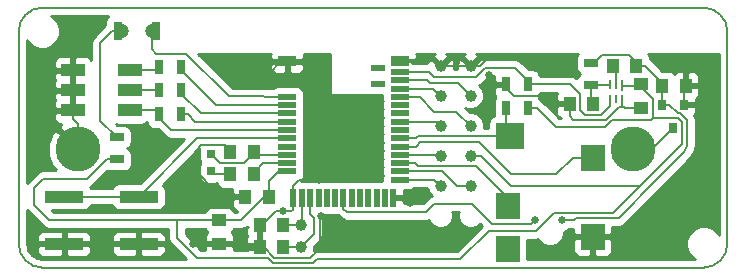
<source format=gtl>
%TF.GenerationSoftware,KiCad,Pcbnew,no-vcs-found-cd21218~61~ubuntu16.04.1*%
%TF.CreationDate,2017-11-10T15:22:47+05:30*%
%TF.ProjectId,snap_rev3,736E61705F726576332E6B696361645F,rev?*%
%TF.SameCoordinates,Original*%
%TF.FileFunction,Copper,L1,Top,Signal*%
%TF.FilePolarity,Positive*%
%FSLAX46Y46*%
G04 Gerber Fmt 4.6, Leading zero omitted, Abs format (unit mm)*
G04 Created by KiCad (PCBNEW no-vcs-found-cd21218~61~ubuntu16.04.1) date Fri Nov 10 15:22:47 2017*
%MOMM*%
%LPD*%
G01*
G04 APERTURE LIST*
%TA.AperFunction,NonConductor*%
%ADD10C,0.150000*%
%TD*%
%TA.AperFunction,ConnectorPad*%
%ADD11C,1.000000*%
%TD*%
%TA.AperFunction,ComponentPad*%
%ADD12C,1.000000*%
%TD*%
%TA.AperFunction,SMDPad,CuDef*%
%ADD13R,1.000000X1.250000*%
%TD*%
%TA.AperFunction,ComponentPad*%
%ADD14C,1.200000*%
%TD*%
%TA.AperFunction,SMDPad,CuDef*%
%ADD15R,0.750000X1.600000*%
%TD*%
%TA.AperFunction,ComponentPad*%
%ADD16C,3.800000*%
%TD*%
%TA.AperFunction,SMDPad,CuDef*%
%ADD17R,3.300000X1.000000*%
%TD*%
%TA.AperFunction,SMDPad,CuDef*%
%ADD18R,2.000000X1.100000*%
%TD*%
%TA.AperFunction,SMDPad,CuDef*%
%ADD19R,0.700000X1.300000*%
%TD*%
%TA.AperFunction,SMDPad,CuDef*%
%ADD20R,1.200000X0.500000*%
%TD*%
%TA.AperFunction,SMDPad,CuDef*%
%ADD21R,1.600000X0.900000*%
%TD*%
%TA.AperFunction,SMDPad,CuDef*%
%ADD22R,1.600000X0.500000*%
%TD*%
%TA.AperFunction,SMDPad,CuDef*%
%ADD23R,0.500000X1.600000*%
%TD*%
%TA.AperFunction,SMDPad,CuDef*%
%ADD24R,0.280000X0.850000*%
%TD*%
%TA.AperFunction,SMDPad,CuDef*%
%ADD25R,0.280000X0.750000*%
%TD*%
%TA.AperFunction,SMDPad,CuDef*%
%ADD26R,1.300000X0.700000*%
%TD*%
%TA.AperFunction,SMDPad,CuDef*%
%ADD27R,0.800000X0.900000*%
%TD*%
%TA.AperFunction,SMDPad,CuDef*%
%ADD28R,0.750000X0.800000*%
%TD*%
%TA.AperFunction,SMDPad,CuDef*%
%ADD29R,1.250000X1.000000*%
%TD*%
%TA.AperFunction,SMDPad,CuDef*%
%ADD30R,2.000000X2.200000*%
%TD*%
%TA.AperFunction,SMDPad,CuDef*%
%ADD31R,2.400000X2.200000*%
%TD*%
%TA.AperFunction,ViaPad*%
%ADD32C,0.650000*%
%TD*%
%TA.AperFunction,Conductor*%
%ADD33C,0.200000*%
%TD*%
%TA.AperFunction,Conductor*%
%ADD34C,0.254000*%
%TD*%
G04 APERTURE END LIST*
D10*
X108000000Y-88000000D02*
G75*
G02X110000000Y-90000000I0J-2000000D01*
G01*
X52000000Y-110000000D02*
G75*
G02X50000000Y-108000000I0J2000000D01*
G01*
X50000000Y-90000000D02*
G75*
G02X52000000Y-88000000I2000000J0D01*
G01*
X110000000Y-108000000D02*
G75*
G02X108000000Y-110000000I-2000000J0D01*
G01*
X50000000Y-108000000D02*
X50000000Y-90000000D01*
X108000000Y-110000000D02*
X52000000Y-110000000D01*
X110000000Y-90000000D02*
X110000000Y-108000000D01*
X108000000Y-88000000D02*
X52000000Y-88000000D01*
D11*
%TO.P,P1,2*%
%TO.N,/RX*%
X85730000Y-103080000D03*
%TO.P,P1,4*%
%TO.N,/GPIO2*%
X85730000Y-100540000D03*
%TO.P,P1,6*%
%TO.N,/GPIO1*%
X85730000Y-98000000D03*
%TO.P,P1,8*%
%TO.N,/SWDCLK*%
X85730000Y-95460000D03*
%TO.P,P1,10*%
%TO.N,GND*%
X85730000Y-92920000D03*
%TO.P,P1,9*%
X88270000Y-92920000D03*
%TO.P,P1,7*%
%TO.N,/SWDIO*%
X88270000Y-95460000D03*
%TO.P,P1,5*%
%TO.N,/RESET*%
X88270000Y-98000000D03*
%TO.P,P1,3*%
%TO.N,VDD*%
X88270000Y-100540000D03*
%TO.P,P1,1*%
%TO.N,/TX*%
X88270000Y-103080000D03*
%TD*%
D12*
%TO.P,Y1,2*%
%TO.N,/LFCLK_XL1*%
X73900000Y-106400000D03*
%TO.P,Y1,1*%
%TO.N,/LFCLK_XL2*%
X73900000Y-108300000D03*
%TD*%
D13*
%TO.P,C5,2*%
%TO.N,GND*%
X70400000Y-106400000D03*
%TO.P,C5,1*%
%TO.N,/LFCLK_XL1*%
X72400000Y-106400000D03*
%TD*%
%TO.P,C7,1*%
%TO.N,/LFCLK_XL2*%
X72400000Y-108300000D03*
%TO.P,C7,2*%
%TO.N,GND*%
X70400000Y-108300000D03*
%TD*%
D14*
%TO.P,D2,2*%
%TO.N,Net-(D2-Pad2)*%
X58730000Y-90000000D03*
%TO.P,D2,1*%
%TO.N,/IR_LED*%
X61270000Y-90000000D03*
D15*
%TO.P,D2,2*%
%TO.N,Net-(D2-Pad2)*%
X58375000Y-90000000D03*
%TO.P,D2,1*%
%TO.N,/IR_LED*%
X61625000Y-90000000D03*
%TD*%
D16*
%TO.P,BT1,1*%
%TO.N,Net-(BT1-Pad1)*%
X102000000Y-100000000D03*
%TO.P,BT1,2*%
%TO.N,GND*%
X55000000Y-100000000D03*
%TD*%
D17*
%TO.P,SW1,1*%
%TO.N,GND*%
X60150000Y-108000000D03*
X53850000Y-108000000D03*
%TO.P,SW1,2*%
%TO.N,/BUTTON*%
X53850000Y-104000000D03*
X60150000Y-104000000D03*
%TD*%
D18*
%TO.P,D1,1*%
%TO.N,GND*%
X54600000Y-93300000D03*
%TO.P,D1,2*%
X54600000Y-95000000D03*
%TO.P,D1,3*%
X54600000Y-96700000D03*
%TO.P,D1,4*%
%TO.N,/LED_SENSE*%
X59400000Y-96700000D03*
%TO.P,D1,5*%
%TO.N,Net-(D1-Pad5)*%
X59400000Y-95000000D03*
%TO.P,D1,6*%
%TO.N,Net-(D1-Pad6)*%
X59400000Y-93300000D03*
%TD*%
D19*
%TO.P,R5,2*%
%TO.N,Net-(D1-Pad5)*%
X61850000Y-95000000D03*
%TO.P,R5,1*%
%TO.N,/LED_RED*%
X63750000Y-95000000D03*
%TD*%
D20*
%TO.P,U2,41*%
%TO.N,Net-(U2-Pad41)*%
X80400000Y-94500000D03*
%TO.P,U2,40*%
%TO.N,Net-(U2-Pad40)*%
X80400000Y-93100000D03*
D21*
%TO.P,U2,39*%
%TO.N,GND*%
X82250000Y-92550000D03*
D22*
%TO.P,U2,38*%
%TO.N,/REG_MODE*%
X82250000Y-93450000D03*
%TO.P,U2,37*%
%TO.N,/SWDIO*%
X82250000Y-94150000D03*
%TO.P,U2,36*%
%TO.N,/SWDCLK*%
X82250000Y-94850000D03*
%TO.P,U2,35*%
%TO.N,/RESET*%
X82250000Y-95550000D03*
%TO.P,U2,34*%
%TO.N,Net-(U2-Pad34)*%
X82250000Y-96250000D03*
%TO.P,U2,33*%
%TO.N,Net-(U2-Pad33)*%
X82250000Y-96950000D03*
%TO.P,U2,32*%
%TO.N,/GPIO1*%
X82250000Y-97650000D03*
%TO.P,U2,31*%
%TO.N,Net-(U2-Pad31)*%
X82250000Y-98350000D03*
%TO.P,U2,30*%
%TO.N,/JACK_DETECT*%
X82250000Y-99050000D03*
%TO.P,U2,29*%
%TO.N,/FOCUS*%
X82250000Y-99750000D03*
%TO.P,U2,28*%
%TO.N,/GPIO2*%
X82250000Y-100450000D03*
%TO.P,U2,27*%
%TO.N,/TRIGGER*%
X82250000Y-101150000D03*
%TO.P,U2,26*%
%TO.N,/TX*%
X82250000Y-101850000D03*
%TO.P,U2,25*%
%TO.N,/RX*%
X82250000Y-102550000D03*
D23*
%TO.P,U2,24*%
%TO.N,GND*%
X81700000Y-104100000D03*
%TO.P,U2,23*%
%TO.N,Net-(U2-Pad23)*%
X81000000Y-104100000D03*
%TO.P,U2,22*%
%TO.N,Net-(U2-Pad22)*%
X80300000Y-104100000D03*
%TO.P,U2,21*%
%TO.N,Net-(U2-Pad21)*%
X79600000Y-104100000D03*
%TO.P,U2,20*%
%TO.N,Net-(U2-Pad20)*%
X78900000Y-104100000D03*
%TO.P,U2,19*%
%TO.N,Net-(U2-Pad19)*%
X78200000Y-104100000D03*
%TO.P,U2,18*%
%TO.N,/VBAT*%
X77500000Y-104100000D03*
%TO.P,U2,17*%
%TO.N,Net-(U2-Pad17)*%
X76800000Y-104100000D03*
%TO.P,U2,16*%
%TO.N,Net-(U2-Pad16)*%
X76100000Y-104100000D03*
%TO.P,U2,15*%
%TO.N,Net-(U2-Pad15)*%
X75400000Y-104100000D03*
%TO.P,U2,14*%
%TO.N,/LFCLK_XL2*%
X74700000Y-104100000D03*
%TO.P,U2,13*%
%TO.N,/LFCLK_XL1*%
X74000000Y-104100000D03*
D22*
%TO.P,U2,11*%
%TO.N,VDD*%
X72750000Y-101850000D03*
%TO.P,U2,10*%
%TO.N,/DCC*%
X72750000Y-101150000D03*
%TO.P,U2,9*%
%TO.N,/DEC4*%
X72750000Y-100450000D03*
%TO.P,U2,8*%
%TO.N,Net-(U2-Pad8)*%
X72750000Y-99750000D03*
%TO.P,U2,7*%
%TO.N,/BUTTON*%
X72750000Y-99050000D03*
%TO.P,U2,6*%
%TO.N,/LED_SENSE*%
X72750000Y-98350000D03*
%TO.P,U2,5*%
%TO.N,/LED_GREEN*%
X72750000Y-97650000D03*
%TO.P,U2,4*%
%TO.N,/LED_RED*%
X72750000Y-96950000D03*
%TO.P,U2,3*%
%TO.N,/LED_BLUE*%
X72750000Y-96250000D03*
D21*
%TO.P,U2,1*%
%TO.N,GND*%
X72750000Y-92550000D03*
D22*
%TO.P,U2,2*%
%TO.N,/IR_LED*%
X72750000Y-95550000D03*
D23*
%TO.P,U2,12*%
%TO.N,GND*%
X73200000Y-104100000D03*
%TD*%
D24*
%TO.P,U1,1*%
%TO.N,VDD*%
X101100000Y-94625000D03*
D25*
%TO.P,U1,2*%
%TO.N,Net-(L3-Pad2)*%
X100600000Y-94575000D03*
%TO.P,U1,3*%
%TO.N,Net-(C3-Pad1)*%
X100100000Y-94575000D03*
%TO.P,U1,4*%
%TO.N,/REG_MODE*%
X100100000Y-95725000D03*
%TO.P,U1,5*%
%TO.N,Net-(U1-Pad5)*%
X100600000Y-95725000D03*
%TO.P,U1,6*%
%TO.N,GND*%
X101100000Y-95725000D03*
%TD*%
D26*
%TO.P,R7,2*%
%TO.N,Net-(D2-Pad2)*%
X58300000Y-98950000D03*
%TO.P,R7,1*%
%TO.N,VDD*%
X58300000Y-100850000D03*
%TD*%
D19*
%TO.P,R6,2*%
%TO.N,/LED_SENSE*%
X61850000Y-97000000D03*
%TO.P,R6,1*%
%TO.N,/LED_GREEN*%
X63750000Y-97000000D03*
%TD*%
%TO.P,R4,2*%
%TO.N,Net-(D1-Pad6)*%
X61850000Y-93000000D03*
%TO.P,R4,1*%
%TO.N,/LED_BLUE*%
X63750000Y-93000000D03*
%TD*%
%TO.P,R3,2*%
%TO.N,/JACK_DETECT*%
X91250000Y-96500000D03*
%TO.P,R3,1*%
%TO.N,VDD*%
X93150000Y-96500000D03*
%TD*%
%TO.P,R2,2*%
%TO.N,GND*%
X91250000Y-94500000D03*
%TO.P,R2,1*%
%TO.N,/REG_MODE*%
X93150000Y-94500000D03*
%TD*%
D26*
%TO.P,R1,2*%
%TO.N,Net-(C3-Pad1)*%
X98450000Y-94550000D03*
%TO.P,R1,1*%
%TO.N,/VBAT*%
X98450000Y-92650000D03*
%TD*%
D27*
%TO.P,Q1,2*%
%TO.N,GND*%
X106350000Y-96200000D03*
%TO.P,Q1,3*%
%TO.N,/VBAT*%
X104450000Y-96200000D03*
%TO.P,Q1,1*%
%TO.N,Net-(BT1-Pad1)*%
X105400000Y-98200000D03*
%TD*%
D13*
%TO.P,L3,1*%
%TO.N,/VBAT*%
X102300000Y-92900000D03*
%TO.P,L3,2*%
%TO.N,Net-(L3-Pad2)*%
X100300000Y-92900000D03*
%TD*%
%TO.P,L2,1*%
%TO.N,Net-(L1-Pad2)*%
X67900000Y-102100000D03*
%TO.P,L2,2*%
%TO.N,/DCC*%
X69900000Y-102100000D03*
%TD*%
D28*
%TO.P,L1,2*%
%TO.N,Net-(L1-Pad2)*%
X66300000Y-101850000D03*
%TO.P,L1,1*%
%TO.N,/DEC4*%
X66300000Y-100350000D03*
%TD*%
D29*
%TO.P,C8,1*%
%TO.N,VDD*%
X102700000Y-94500000D03*
%TO.P,C8,2*%
%TO.N,GND*%
X102700000Y-96500000D03*
%TD*%
D13*
%TO.P,C6,1*%
%TO.N,VDD*%
X71200000Y-104000000D03*
%TO.P,C6,2*%
%TO.N,GND*%
X69200000Y-104000000D03*
%TD*%
D29*
%TO.P,C4,1*%
%TO.N,VDD*%
X67000000Y-106000000D03*
%TO.P,C4,2*%
%TO.N,GND*%
X67000000Y-108000000D03*
%TD*%
D13*
%TO.P,C3,1*%
%TO.N,Net-(C3-Pad1)*%
X98650000Y-96150000D03*
%TO.P,C3,2*%
%TO.N,GND*%
X96650000Y-96150000D03*
%TD*%
%TO.P,C2,1*%
%TO.N,/VBAT*%
X104500000Y-94600000D03*
%TO.P,C2,2*%
%TO.N,GND*%
X106500000Y-94600000D03*
%TD*%
%TO.P,C1,1*%
%TO.N,/DEC4*%
X69900000Y-100200000D03*
%TO.P,C1,2*%
%TO.N,GND*%
X67900000Y-100200000D03*
%TD*%
D30*
%TO.P,J1,1*%
%TO.N,GND*%
X98600000Y-107400000D03*
%TO.P,J1,2*%
%TO.N,/FOCUS*%
X98600000Y-100700000D03*
%TO.P,J1,4*%
%TO.N,Net-(J1-Pad4)*%
X91400000Y-108400000D03*
%TO.P,J1,3*%
%TO.N,/TRIGGER*%
X91400000Y-104800000D03*
D31*
%TO.P,J1,10*%
%TO.N,/JACK_DETECT*%
X91600000Y-98900000D03*
%TD*%
D32*
%TO.N,GND*%
X89800000Y-93700000D03*
X103650000Y-106100000D03*
X64530000Y-103900000D03*
X72400000Y-105200000D03*
X106600000Y-93200000D03*
X89800000Y-92200000D03*
X83100000Y-104500000D03*
X75400000Y-102600000D03*
X75600000Y-105600000D03*
X54600000Y-91800000D03*
X71200000Y-93600000D03*
X61300000Y-100000000D03*
X64800000Y-108000000D03*
X62900000Y-108500000D03*
%TO.N,/VBAT*%
X96000000Y-106000000D03*
X93700000Y-106000000D03*
%TD*%
D33*
%TO.N,GND*%
X90600000Y-94500000D02*
X89800000Y-93700000D01*
X91250000Y-94500000D02*
X90600000Y-94500000D01*
X102350000Y-107400000D02*
X103550000Y-106200000D01*
X98600000Y-107400000D02*
X102350000Y-107400000D01*
X107500000Y-102250000D02*
X103650000Y-106100000D01*
X103550000Y-106200000D02*
X103650000Y-106100000D01*
X67134998Y-104000000D02*
X68500000Y-104000000D01*
X107500000Y-96500000D02*
X107500000Y-102250000D01*
X106350000Y-96200000D02*
X107200000Y-96200000D01*
X107200000Y-96200000D02*
X107500000Y-96500000D01*
X64630000Y-104000000D02*
X64530000Y-103900000D01*
X67134998Y-104000000D02*
X64630000Y-104000000D01*
X71800000Y-105200000D02*
X72300000Y-105200000D01*
X72400000Y-105200000D02*
X73100000Y-105200000D01*
X72300000Y-105200000D02*
X72400000Y-105200000D01*
X106500000Y-94600000D02*
X106500000Y-93300000D01*
X106500000Y-93300000D02*
X106600000Y-93200000D01*
X88270000Y-92920000D02*
X89080000Y-92920000D01*
X89080000Y-92920000D02*
X89800000Y-92200000D01*
X81700000Y-104100000D02*
X82700000Y-104100000D01*
X82700000Y-104100000D02*
X83100000Y-104500000D01*
X73200000Y-104100000D02*
X73200000Y-103100000D01*
X73200000Y-103100000D02*
X73700000Y-102600000D01*
X73700000Y-102600000D02*
X75400000Y-102600000D01*
X75500000Y-105500000D02*
X75600000Y-105600000D01*
X54600000Y-93300000D02*
X54600000Y-91800000D01*
X72750000Y-92550000D02*
X72250000Y-92550000D01*
X72250000Y-92550000D02*
X71200000Y-93600000D01*
X66400000Y-108000000D02*
X64800000Y-108000000D01*
X60150000Y-108000000D02*
X62400000Y-108000000D01*
X62400000Y-108000000D02*
X62900000Y-108500000D01*
X95300000Y-95500000D02*
X91950000Y-95500000D01*
X91950000Y-95500000D02*
X91250000Y-94800000D01*
X91250000Y-94800000D02*
X91250000Y-94500000D01*
X96650000Y-96150000D02*
X95950000Y-96150000D01*
X95950000Y-96150000D02*
X95300000Y-95500000D01*
X96975012Y-97475012D02*
X96650000Y-97150000D01*
X96650000Y-97150000D02*
X96650000Y-96150000D01*
X99724988Y-97475012D02*
X96975012Y-97475012D01*
X100799999Y-96400001D02*
X99724988Y-97475012D01*
X101100000Y-96300000D02*
X100999999Y-96400001D01*
X100999999Y-96400001D02*
X100799999Y-96400001D01*
X85730000Y-92920000D02*
X86437106Y-92920000D01*
X86437106Y-92920000D02*
X88270000Y-92920000D01*
X82250000Y-92550000D02*
X85360000Y-92550000D01*
X85360000Y-92550000D02*
X85730000Y-92920000D01*
X71659999Y-109225001D02*
X70734998Y-108300000D01*
X70734998Y-108300000D02*
X70400000Y-108300000D01*
X75500000Y-108400000D02*
X74674999Y-109225001D01*
X74674999Y-109225001D02*
X71659999Y-109225001D01*
X75500000Y-105500000D02*
X75500000Y-108400000D01*
X64900000Y-100200000D02*
X64900000Y-101765002D01*
X64900000Y-101765002D02*
X67134998Y-104000000D01*
X65450001Y-99649999D02*
X64900000Y-100200000D01*
X67900000Y-100200000D02*
X67900000Y-100075000D01*
X67900000Y-100075000D02*
X67474999Y-99649999D01*
X67474999Y-99649999D02*
X65450001Y-99649999D01*
X54600000Y-96700000D02*
X54600000Y-97450000D01*
X54600000Y-97450000D02*
X55000000Y-97850000D01*
X55000000Y-97850000D02*
X55000000Y-100000000D01*
X73200000Y-104100000D02*
X73200000Y-105100000D01*
X73200000Y-105100000D02*
X73100000Y-105200000D01*
X70600000Y-106400000D02*
X71800000Y-105200000D01*
X70400000Y-106400000D02*
X70600000Y-106400000D01*
X70400000Y-106400000D02*
X70400000Y-108300000D01*
X66400000Y-108000000D02*
X70100000Y-108000000D01*
X70100000Y-108000000D02*
X70400000Y-108300000D01*
X53850000Y-108000000D02*
X60150000Y-108000000D01*
X54600000Y-95000000D02*
X54600000Y-96700000D01*
X54600000Y-93300000D02*
X54600000Y-95000000D01*
X106350000Y-96200000D02*
X106350000Y-94750000D01*
X106350000Y-94750000D02*
X106500000Y-94600000D01*
X101100000Y-95725000D02*
X101100000Y-96300000D01*
X101100000Y-96300000D02*
X101300000Y-96500000D01*
X101300000Y-96500000D02*
X102700000Y-96500000D01*
%TO.N,/DEC4*%
X66300000Y-100350000D02*
X66300000Y-100375000D01*
X66300000Y-100375000D02*
X67050001Y-101125001D01*
X67050001Y-101125001D02*
X69099999Y-101125001D01*
X69900000Y-100325000D02*
X69900000Y-100200000D01*
X69099999Y-101125001D02*
X69900000Y-100325000D01*
X72750000Y-100450000D02*
X70150000Y-100450000D01*
X70150000Y-100450000D02*
X69900000Y-100200000D01*
%TO.N,/VBAT*%
X90100000Y-106300000D02*
X91700000Y-106300000D01*
X85200000Y-104600000D02*
X88400000Y-104600000D01*
X88400000Y-104600000D02*
X90100000Y-106300000D01*
X84500000Y-105300000D02*
X85200000Y-104600000D01*
X77800000Y-105300000D02*
X84500000Y-105300000D01*
X97200000Y-105800000D02*
X100800000Y-105800000D01*
X100800000Y-105800000D02*
X104000000Y-102600000D01*
X97000000Y-106000000D02*
X97200000Y-105800000D01*
X96000000Y-106000000D02*
X97000000Y-106000000D01*
X104000000Y-102600000D02*
X106300000Y-100200000D01*
X106300000Y-100200000D02*
X106500000Y-99900000D01*
X106599999Y-97534300D02*
X106015699Y-96950001D01*
X105050000Y-96200000D02*
X104450000Y-96200000D01*
X106500000Y-99900000D02*
X106599999Y-99665700D01*
X106599999Y-99665700D02*
X106599999Y-97534300D01*
X106015699Y-96950001D02*
X105800001Y-96950001D01*
X105800001Y-96950001D02*
X105050000Y-96200000D01*
X93400000Y-106300000D02*
X93700000Y-106000000D01*
X92540002Y-106300000D02*
X93400000Y-106300000D01*
X91700000Y-106300000D02*
X92540002Y-106300000D01*
X77500000Y-105000000D02*
X77800000Y-105300000D01*
X77500000Y-104100000D02*
X77500000Y-105000000D01*
X104450000Y-96200000D02*
X104450000Y-94650000D01*
X104450000Y-94650000D02*
X104500000Y-94600000D01*
X102300000Y-92900000D02*
X103000000Y-92900000D01*
X103000000Y-92900000D02*
X104500000Y-94400000D01*
X104500000Y-94400000D02*
X104500000Y-94600000D01*
X102300000Y-92600000D02*
X101674999Y-91974999D01*
X101674999Y-91974999D02*
X99425001Y-91974999D01*
X99425001Y-91974999D02*
X98750000Y-92650000D01*
X98750000Y-92650000D02*
X98450000Y-92650000D01*
X102300000Y-92900000D02*
X102300000Y-92600000D01*
%TO.N,Net-(C3-Pad1)*%
X98450000Y-94550000D02*
X98450000Y-95950000D01*
X98450000Y-95950000D02*
X98650000Y-96150000D01*
X100100000Y-94575000D02*
X98475000Y-94575000D01*
X98475000Y-94575000D02*
X98450000Y-94550000D01*
X100100000Y-94575000D02*
X100100000Y-94100000D01*
%TO.N,VDD*%
X72050000Y-101850000D02*
X71200000Y-102700000D01*
X71200000Y-102700000D02*
X71200000Y-104000000D01*
X68800000Y-106000000D02*
X70800000Y-104000000D01*
%TO.N,GND*%
X68500000Y-104000000D02*
X69200000Y-104000000D01*
%TO.N,VDD*%
X66400000Y-106000000D02*
X68800000Y-106000000D01*
X51299989Y-104705691D02*
X51299989Y-103234311D01*
X51299989Y-103234311D02*
X52034300Y-102500000D01*
X55800000Y-102500000D02*
X57450000Y-100850000D01*
X57450000Y-100850000D02*
X58300000Y-100850000D01*
X52594298Y-106000000D02*
X51299989Y-104705691D01*
X63400000Y-106000000D02*
X52594298Y-106000000D01*
X52034300Y-102500000D02*
X55800000Y-102500000D01*
X88270000Y-100540000D02*
X89140000Y-100540000D01*
X89140000Y-100540000D02*
X91700000Y-103100000D01*
X91700000Y-103100000D02*
X102600000Y-103100000D01*
X102600000Y-103100000D02*
X102574998Y-103074998D01*
X65125001Y-109225001D02*
X71094299Y-109225001D01*
X93841998Y-106900000D02*
X95366999Y-105374999D01*
X71094299Y-109225001D02*
X71494310Y-109625012D01*
X71494310Y-109625012D02*
X74924986Y-109625012D01*
X87400000Y-109300000D02*
X89800000Y-106900000D01*
X75249998Y-109300000D02*
X87400000Y-109300000D01*
X100300000Y-105400000D02*
X102600000Y-103100000D01*
X96325002Y-105400000D02*
X100300000Y-105400000D01*
X95366999Y-105374999D02*
X96300001Y-105374999D01*
X89800000Y-106900000D02*
X93841998Y-106900000D01*
X96300001Y-105374999D02*
X96325002Y-105400000D01*
X74924986Y-109625012D02*
X75249998Y-109300000D01*
X63400000Y-107500000D02*
X65125001Y-109225001D01*
X63400000Y-106000000D02*
X63400000Y-107500000D01*
X106199986Y-97699988D02*
X105850010Y-97350012D01*
X106199989Y-99500011D02*
X106199986Y-97699988D01*
X103750012Y-97350012D02*
X103700000Y-97300000D01*
X105850010Y-97350012D02*
X103750012Y-97350012D01*
X102600000Y-103100000D02*
X106199989Y-99500011D01*
X100265700Y-97500000D02*
X99665700Y-98100000D01*
X95500000Y-98100000D02*
X93900000Y-96500000D01*
X99665700Y-98100000D02*
X95500000Y-98100000D01*
X103700000Y-97300000D02*
X103500000Y-97500000D01*
X93900000Y-96500000D02*
X93700000Y-96500000D01*
X93700000Y-96500000D02*
X93150000Y-96500000D01*
X103500000Y-97500000D02*
X100265700Y-97500000D01*
X66400000Y-106000000D02*
X63400000Y-106000000D01*
X72750000Y-101850000D02*
X72050000Y-101850000D01*
X70800000Y-104000000D02*
X71200000Y-104000000D01*
X102700000Y-94500000D02*
X102700000Y-94700000D01*
X102700000Y-94700000D02*
X103700000Y-95700000D01*
X103700000Y-95700000D02*
X103700000Y-97300000D01*
X101100000Y-94625000D02*
X102575000Y-94625000D01*
X102575000Y-94625000D02*
X102700000Y-94500000D01*
X101100000Y-94625000D02*
X101100000Y-94100000D01*
%TO.N,/LFCLK_XL1*%
X74000000Y-104100000D02*
X74000000Y-106300000D01*
X74000000Y-106300000D02*
X73900000Y-106400000D01*
X72400000Y-106400000D02*
X73900000Y-106400000D01*
%TO.N,/LFCLK_XL2*%
X74700000Y-104100000D02*
X74700000Y-105500000D01*
X74700000Y-105500000D02*
X75000000Y-105800000D01*
X75000000Y-105800000D02*
X75000000Y-107200000D01*
X75000000Y-107200000D02*
X73900000Y-108300000D01*
X73900000Y-108300000D02*
X72400000Y-108300000D01*
%TO.N,/LED_SENSE*%
X72750000Y-98350000D02*
X62900000Y-98350000D01*
X62900000Y-98350000D02*
X61850000Y-97300000D01*
X61850000Y-97300000D02*
X61850000Y-97000000D01*
X59400000Y-96700000D02*
X61550000Y-96700000D01*
X61550000Y-96700000D02*
X61850000Y-97000000D01*
%TO.N,Net-(D1-Pad6)*%
X59400000Y-93300000D02*
X61550000Y-93300000D01*
X61550000Y-93300000D02*
X61850000Y-93000000D01*
%TO.N,Net-(L1-Pad2)*%
X67900000Y-102100000D02*
X66550000Y-102100000D01*
X66550000Y-102100000D02*
X66300000Y-101850000D01*
%TO.N,Net-(L3-Pad2)*%
X100600000Y-94575000D02*
X100600000Y-93200000D01*
X100600000Y-93200000D02*
X100300000Y-92900000D01*
%TO.N,/REG_MODE*%
X85200000Y-93900000D02*
X84750000Y-93450000D01*
X93150000Y-94500000D02*
X93150000Y-94200000D01*
X93150000Y-94200000D02*
X92024998Y-93074998D01*
X88700000Y-93900000D02*
X85200000Y-93900000D01*
X89525002Y-93074998D02*
X88700000Y-93900000D01*
X92024998Y-93074998D02*
X89525002Y-93074998D01*
X84750000Y-93450000D02*
X83250000Y-93450000D01*
X83250000Y-93450000D02*
X82250000Y-93450000D01*
X97909999Y-97075001D02*
X97500000Y-96665002D01*
X97500000Y-95334998D02*
X96665002Y-94500000D01*
X100100000Y-95725000D02*
X100100000Y-96300000D01*
X97500000Y-96665002D02*
X97500000Y-95334998D01*
X96665002Y-94500000D02*
X93700000Y-94500000D01*
X93700000Y-94500000D02*
X93150000Y-94500000D01*
X99324999Y-97075001D02*
X97909999Y-97075001D01*
X100100000Y-96300000D02*
X99324999Y-97075001D01*
%TO.N,/BUTTON*%
X72750000Y-99050000D02*
X65100000Y-99050000D01*
X65100000Y-99050000D02*
X60150000Y-104000000D01*
X53850000Y-104000000D02*
X60150000Y-104000000D01*
%TO.N,/TX*%
X88270000Y-103080000D02*
X87080000Y-103080000D01*
X87080000Y-103080000D02*
X85850000Y-101850000D01*
X85850000Y-101850000D02*
X82250000Y-101850000D01*
%TO.N,/RX*%
X82250000Y-102550000D02*
X85200000Y-102550000D01*
X85200000Y-102550000D02*
X85730000Y-103080000D01*
%TO.N,/SWDIO*%
X82250000Y-94150000D02*
X84550000Y-94150000D01*
X84550000Y-94150000D02*
X84800000Y-94400000D01*
X87210000Y-94400000D02*
X88270000Y-95460000D01*
X84800000Y-94400000D02*
X87210000Y-94400000D01*
%TO.N,/SWDCLK*%
X82250000Y-94850000D02*
X85120000Y-94850000D01*
X85120000Y-94850000D02*
X85730000Y-95460000D01*
%TO.N,/RESET*%
X82250000Y-95550000D02*
X83950000Y-95550000D01*
X83950000Y-95550000D02*
X85200000Y-96800000D01*
X85200000Y-96800000D02*
X87070000Y-96800000D01*
X87070000Y-96800000D02*
X88270000Y-98000000D01*
%TO.N,/GPIO1*%
X82250000Y-97650000D02*
X85380000Y-97650000D01*
X85380000Y-97650000D02*
X85730000Y-98000000D01*
%TO.N,/GPIO2*%
X82250000Y-100450000D02*
X85640000Y-100450000D01*
X85640000Y-100450000D02*
X85730000Y-100540000D01*
%TO.N,/LED_RED*%
X72750000Y-96950000D02*
X65400000Y-96950000D01*
X63750000Y-95300000D02*
X63750000Y-95000000D01*
X65400000Y-96950000D02*
X63750000Y-95300000D01*
%TO.N,/LED_GREEN*%
X63750000Y-97000000D02*
X64300000Y-97000000D01*
X64950000Y-97650000D02*
X71750000Y-97650000D01*
X64300000Y-97000000D02*
X64950000Y-97650000D01*
X71750000Y-97650000D02*
X72750000Y-97650000D01*
%TO.N,/LED_BLUE*%
X72750000Y-96250000D02*
X66700000Y-96250000D01*
X63750000Y-93300000D02*
X63750000Y-93000000D01*
X66700000Y-96250000D02*
X63750000Y-93300000D01*
%TO.N,Net-(BT1-Pad1)*%
X102000000Y-100000000D02*
X103600000Y-100000000D01*
X103600000Y-100000000D02*
X105400000Y-98200000D01*
%TO.N,/FOCUS*%
X82250000Y-99750000D02*
X83650000Y-99750000D01*
X83650000Y-99750000D02*
X83700000Y-99700000D01*
X98600000Y-100700000D02*
X96900000Y-100700000D01*
X96900000Y-100700000D02*
X95500000Y-102100000D01*
X95500000Y-102100000D02*
X91700000Y-102100000D01*
X91700000Y-102100000D02*
X89000000Y-99400000D01*
X89000000Y-99400000D02*
X84000000Y-99400000D01*
X84000000Y-99400000D02*
X83700000Y-99700000D01*
%TO.N,/TRIGGER*%
X82250000Y-101150000D02*
X83550000Y-101150000D01*
X83550000Y-101150000D02*
X83600000Y-101200000D01*
X91400000Y-104800000D02*
X91400000Y-104100000D01*
X91400000Y-104100000D02*
X88700000Y-101400000D01*
X88700000Y-101400000D02*
X83800000Y-101400000D01*
X83800000Y-101400000D02*
X83600000Y-101200000D01*
%TO.N,/DCC*%
X72750000Y-101150000D02*
X70725000Y-101150000D01*
X70725000Y-101150000D02*
X69900000Y-101975000D01*
X69900000Y-101975000D02*
X69900000Y-102100000D01*
%TO.N,/JACK_DETECT*%
X91250000Y-96500000D02*
X91250000Y-98550000D01*
X91250000Y-98550000D02*
X91600000Y-98900000D01*
X82250000Y-99050000D02*
X83650000Y-99050000D01*
X83650000Y-99050000D02*
X83800000Y-98900000D01*
X91600000Y-98900000D02*
X83800000Y-98900000D01*
%TO.N,Net-(D2-Pad2)*%
X58730000Y-90000000D02*
X57881472Y-90000000D01*
X57881472Y-90000000D02*
X56900000Y-90981472D01*
X56900000Y-97550000D02*
X58300000Y-98950000D01*
X56900000Y-90981472D02*
X56900000Y-97550000D01*
X58730000Y-90000000D02*
X58375000Y-90000000D01*
%TO.N,Net-(D1-Pad5)*%
X59400000Y-95000000D02*
X61850000Y-95000000D01*
%TO.N,/IR_LED*%
X61270000Y-91520000D02*
X61650000Y-91900000D01*
X61650000Y-91900000D02*
X64190002Y-91900000D01*
X61270000Y-90000000D02*
X61270000Y-91520000D01*
X61270000Y-90000000D02*
X61625000Y-90000000D01*
X72750000Y-95550000D02*
X68800000Y-95513085D01*
X64190002Y-91900000D02*
X67803087Y-95513085D01*
X67803087Y-95513085D02*
X68800000Y-95513085D01*
%TD*%
D34*
%TO.N,GND*%
G36*
X50780266Y-105225414D02*
X52074574Y-106519723D01*
X52222746Y-106618728D01*
X52313026Y-106679051D01*
X52594298Y-106735000D01*
X62665000Y-106735000D01*
X62665000Y-107500000D01*
X62708706Y-107719723D01*
X62720949Y-107781272D01*
X62880277Y-108019723D01*
X64150553Y-109290000D01*
X52069931Y-109290000D01*
X51511660Y-109178953D01*
X51097669Y-108902333D01*
X50821046Y-108488338D01*
X50780749Y-108285750D01*
X51565000Y-108285750D01*
X51565000Y-108626310D01*
X51661673Y-108859699D01*
X51840302Y-109038327D01*
X52073691Y-109135000D01*
X53564250Y-109135000D01*
X53723000Y-108976250D01*
X53723000Y-108127000D01*
X53977000Y-108127000D01*
X53977000Y-108976250D01*
X54135750Y-109135000D01*
X55626309Y-109135000D01*
X55859698Y-109038327D01*
X56038327Y-108859699D01*
X56135000Y-108626310D01*
X56135000Y-108285750D01*
X57865000Y-108285750D01*
X57865000Y-108626310D01*
X57961673Y-108859699D01*
X58140302Y-109038327D01*
X58373691Y-109135000D01*
X59864250Y-109135000D01*
X60023000Y-108976250D01*
X60023000Y-108127000D01*
X60277000Y-108127000D01*
X60277000Y-108976250D01*
X60435750Y-109135000D01*
X61926309Y-109135000D01*
X62159698Y-109038327D01*
X62338327Y-108859699D01*
X62435000Y-108626310D01*
X62435000Y-108285750D01*
X62276250Y-108127000D01*
X60277000Y-108127000D01*
X60023000Y-108127000D01*
X58023750Y-108127000D01*
X57865000Y-108285750D01*
X56135000Y-108285750D01*
X55976250Y-108127000D01*
X53977000Y-108127000D01*
X53723000Y-108127000D01*
X51723750Y-108127000D01*
X51565000Y-108285750D01*
X50780749Y-108285750D01*
X50710000Y-107930069D01*
X50710000Y-107373690D01*
X51565000Y-107373690D01*
X51565000Y-107714250D01*
X51723750Y-107873000D01*
X53723000Y-107873000D01*
X53723000Y-107023750D01*
X53977000Y-107023750D01*
X53977000Y-107873000D01*
X55976250Y-107873000D01*
X56135000Y-107714250D01*
X56135000Y-107373690D01*
X57865000Y-107373690D01*
X57865000Y-107714250D01*
X58023750Y-107873000D01*
X60023000Y-107873000D01*
X60023000Y-107023750D01*
X60277000Y-107023750D01*
X60277000Y-107873000D01*
X62276250Y-107873000D01*
X62435000Y-107714250D01*
X62435000Y-107373690D01*
X62338327Y-107140301D01*
X62159698Y-106961673D01*
X61926309Y-106865000D01*
X60435750Y-106865000D01*
X60277000Y-107023750D01*
X60023000Y-107023750D01*
X59864250Y-106865000D01*
X58373691Y-106865000D01*
X58140302Y-106961673D01*
X57961673Y-107140301D01*
X57865000Y-107373690D01*
X56135000Y-107373690D01*
X56038327Y-107140301D01*
X55859698Y-106961673D01*
X55626309Y-106865000D01*
X54135750Y-106865000D01*
X53977000Y-107023750D01*
X53723000Y-107023750D01*
X53564250Y-106865000D01*
X52073691Y-106865000D01*
X51840302Y-106961673D01*
X51661673Y-107140301D01*
X51565000Y-107373690D01*
X50710000Y-107373690D01*
X50710000Y-105120254D01*
X50780266Y-105225414D01*
X50780266Y-105225414D01*
G37*
X50780266Y-105225414D02*
X52074574Y-106519723D01*
X52222746Y-106618728D01*
X52313026Y-106679051D01*
X52594298Y-106735000D01*
X62665000Y-106735000D01*
X62665000Y-107500000D01*
X62708706Y-107719723D01*
X62720949Y-107781272D01*
X62880277Y-108019723D01*
X64150553Y-109290000D01*
X52069931Y-109290000D01*
X51511660Y-109178953D01*
X51097669Y-108902333D01*
X50821046Y-108488338D01*
X50780749Y-108285750D01*
X51565000Y-108285750D01*
X51565000Y-108626310D01*
X51661673Y-108859699D01*
X51840302Y-109038327D01*
X52073691Y-109135000D01*
X53564250Y-109135000D01*
X53723000Y-108976250D01*
X53723000Y-108127000D01*
X53977000Y-108127000D01*
X53977000Y-108976250D01*
X54135750Y-109135000D01*
X55626309Y-109135000D01*
X55859698Y-109038327D01*
X56038327Y-108859699D01*
X56135000Y-108626310D01*
X56135000Y-108285750D01*
X57865000Y-108285750D01*
X57865000Y-108626310D01*
X57961673Y-108859699D01*
X58140302Y-109038327D01*
X58373691Y-109135000D01*
X59864250Y-109135000D01*
X60023000Y-108976250D01*
X60023000Y-108127000D01*
X60277000Y-108127000D01*
X60277000Y-108976250D01*
X60435750Y-109135000D01*
X61926309Y-109135000D01*
X62159698Y-109038327D01*
X62338327Y-108859699D01*
X62435000Y-108626310D01*
X62435000Y-108285750D01*
X62276250Y-108127000D01*
X60277000Y-108127000D01*
X60023000Y-108127000D01*
X58023750Y-108127000D01*
X57865000Y-108285750D01*
X56135000Y-108285750D01*
X55976250Y-108127000D01*
X53977000Y-108127000D01*
X53723000Y-108127000D01*
X51723750Y-108127000D01*
X51565000Y-108285750D01*
X50780749Y-108285750D01*
X50710000Y-107930069D01*
X50710000Y-107373690D01*
X51565000Y-107373690D01*
X51565000Y-107714250D01*
X51723750Y-107873000D01*
X53723000Y-107873000D01*
X53723000Y-107023750D01*
X53977000Y-107023750D01*
X53977000Y-107873000D01*
X55976250Y-107873000D01*
X56135000Y-107714250D01*
X56135000Y-107373690D01*
X57865000Y-107373690D01*
X57865000Y-107714250D01*
X58023750Y-107873000D01*
X60023000Y-107873000D01*
X60023000Y-107023750D01*
X60277000Y-107023750D01*
X60277000Y-107873000D01*
X62276250Y-107873000D01*
X62435000Y-107714250D01*
X62435000Y-107373690D01*
X62338327Y-107140301D01*
X62159698Y-106961673D01*
X61926309Y-106865000D01*
X60435750Y-106865000D01*
X60277000Y-107023750D01*
X60023000Y-107023750D01*
X59864250Y-106865000D01*
X58373691Y-106865000D01*
X58140302Y-106961673D01*
X57961673Y-107140301D01*
X57865000Y-107373690D01*
X56135000Y-107373690D01*
X56038327Y-107140301D01*
X55859698Y-106961673D01*
X55626309Y-106865000D01*
X54135750Y-106865000D01*
X53977000Y-107023750D01*
X53723000Y-107023750D01*
X53564250Y-106865000D01*
X52073691Y-106865000D01*
X51840302Y-106961673D01*
X51661673Y-107140301D01*
X51565000Y-107373690D01*
X50710000Y-107373690D01*
X50710000Y-105120254D01*
X50780266Y-105225414D01*
G36*
X109290000Y-107233352D02*
X109259656Y-107159914D01*
X108842283Y-106741812D01*
X108296681Y-106515258D01*
X107705911Y-106514743D01*
X107159914Y-106740344D01*
X106741812Y-107157717D01*
X106515258Y-107703319D01*
X106514743Y-108294089D01*
X106740344Y-108840086D01*
X107157717Y-109258188D01*
X107234329Y-109290000D01*
X93047440Y-109290000D01*
X93047440Y-107635000D01*
X93841998Y-107635000D01*
X93969708Y-107609597D01*
X93994820Y-107670372D01*
X94327875Y-108004009D01*
X94763255Y-108184794D01*
X95234677Y-108185206D01*
X95670372Y-108005180D01*
X95990360Y-107685750D01*
X96965000Y-107685750D01*
X96965000Y-108626309D01*
X97061673Y-108859698D01*
X97240301Y-109038327D01*
X97473690Y-109135000D01*
X98314250Y-109135000D01*
X98473000Y-108976250D01*
X98473000Y-107527000D01*
X98727000Y-107527000D01*
X98727000Y-108976250D01*
X98885750Y-109135000D01*
X99726310Y-109135000D01*
X99959699Y-109038327D01*
X100138327Y-108859698D01*
X100235000Y-108626309D01*
X100235000Y-107685750D01*
X100076250Y-107527000D01*
X98727000Y-107527000D01*
X98473000Y-107527000D01*
X97123750Y-107527000D01*
X96965000Y-107685750D01*
X95990360Y-107685750D01*
X96004009Y-107672125D01*
X96184794Y-107236745D01*
X96185036Y-106960163D01*
X96190118Y-106960167D01*
X96543086Y-106814323D01*
X96622548Y-106735000D01*
X96965000Y-106735000D01*
X96965000Y-107114250D01*
X97123750Y-107273000D01*
X98473000Y-107273000D01*
X98473000Y-107253000D01*
X98727000Y-107253000D01*
X98727000Y-107273000D01*
X100076250Y-107273000D01*
X100235000Y-107114250D01*
X100235000Y-106535000D01*
X100800000Y-106535000D01*
X101081272Y-106479051D01*
X101319723Y-106319723D01*
X104519723Y-103119724D01*
X104524143Y-103113108D01*
X104530661Y-103108550D01*
X106830661Y-100708550D01*
X106865625Y-100653733D01*
X106911557Y-100607705D01*
X107111557Y-100307705D01*
X107137558Y-100244746D01*
X107176005Y-100188518D01*
X107276004Y-99954218D01*
X107276827Y-99950298D01*
X107279050Y-99946972D01*
X107306265Y-99810154D01*
X107334957Y-99673560D01*
X107334218Y-99669626D01*
X107334999Y-99665700D01*
X107334999Y-97534300D01*
X107279050Y-97253028D01*
X107199985Y-97134699D01*
X107185302Y-97112724D01*
X107288327Y-97009698D01*
X107385000Y-96776309D01*
X107385000Y-96485750D01*
X107226250Y-96327000D01*
X106477000Y-96327000D01*
X106477000Y-96347000D01*
X106410788Y-96347000D01*
X106296971Y-96270950D01*
X106296966Y-96270949D01*
X106203000Y-96252258D01*
X106203000Y-96073000D01*
X106223000Y-96073000D01*
X106223000Y-96053000D01*
X106477000Y-96053000D01*
X106477000Y-96073000D01*
X107226250Y-96073000D01*
X107385000Y-95914250D01*
X107385000Y-95738025D01*
X107538327Y-95584699D01*
X107635000Y-95351310D01*
X107635000Y-94885750D01*
X107476250Y-94727000D01*
X106627000Y-94727000D01*
X106627000Y-94747000D01*
X106373000Y-94747000D01*
X106373000Y-94727000D01*
X106353000Y-94727000D01*
X106353000Y-94473000D01*
X106373000Y-94473000D01*
X106373000Y-93498750D01*
X106627000Y-93498750D01*
X106627000Y-94473000D01*
X107476250Y-94473000D01*
X107635000Y-94314250D01*
X107635000Y-93848690D01*
X107538327Y-93615301D01*
X107359698Y-93436673D01*
X107126309Y-93340000D01*
X106785750Y-93340000D01*
X106627000Y-93498750D01*
X106373000Y-93498750D01*
X106214250Y-93340000D01*
X105873691Y-93340000D01*
X105640302Y-93436673D01*
X105498654Y-93578320D01*
X105457809Y-93517191D01*
X105247765Y-93376843D01*
X105000000Y-93327560D01*
X104467007Y-93327560D01*
X103519723Y-92380277D01*
X103447440Y-92331979D01*
X103447440Y-92275000D01*
X103398157Y-92027235D01*
X103297772Y-91877000D01*
X109290000Y-91877000D01*
X109290000Y-107233352D01*
X109290000Y-107233352D01*
G37*
X109290000Y-107233352D02*
X109259656Y-107159914D01*
X108842283Y-106741812D01*
X108296681Y-106515258D01*
X107705911Y-106514743D01*
X107159914Y-106740344D01*
X106741812Y-107157717D01*
X106515258Y-107703319D01*
X106514743Y-108294089D01*
X106740344Y-108840086D01*
X107157717Y-109258188D01*
X107234329Y-109290000D01*
X93047440Y-109290000D01*
X93047440Y-107635000D01*
X93841998Y-107635000D01*
X93969708Y-107609597D01*
X93994820Y-107670372D01*
X94327875Y-108004009D01*
X94763255Y-108184794D01*
X95234677Y-108185206D01*
X95670372Y-108005180D01*
X95990360Y-107685750D01*
X96965000Y-107685750D01*
X96965000Y-108626309D01*
X97061673Y-108859698D01*
X97240301Y-109038327D01*
X97473690Y-109135000D01*
X98314250Y-109135000D01*
X98473000Y-108976250D01*
X98473000Y-107527000D01*
X98727000Y-107527000D01*
X98727000Y-108976250D01*
X98885750Y-109135000D01*
X99726310Y-109135000D01*
X99959699Y-109038327D01*
X100138327Y-108859698D01*
X100235000Y-108626309D01*
X100235000Y-107685750D01*
X100076250Y-107527000D01*
X98727000Y-107527000D01*
X98473000Y-107527000D01*
X97123750Y-107527000D01*
X96965000Y-107685750D01*
X95990360Y-107685750D01*
X96004009Y-107672125D01*
X96184794Y-107236745D01*
X96185036Y-106960163D01*
X96190118Y-106960167D01*
X96543086Y-106814323D01*
X96622548Y-106735000D01*
X96965000Y-106735000D01*
X96965000Y-107114250D01*
X97123750Y-107273000D01*
X98473000Y-107273000D01*
X98473000Y-107253000D01*
X98727000Y-107253000D01*
X98727000Y-107273000D01*
X100076250Y-107273000D01*
X100235000Y-107114250D01*
X100235000Y-106535000D01*
X100800000Y-106535000D01*
X101081272Y-106479051D01*
X101319723Y-106319723D01*
X104519723Y-103119724D01*
X104524143Y-103113108D01*
X104530661Y-103108550D01*
X106830661Y-100708550D01*
X106865625Y-100653733D01*
X106911557Y-100607705D01*
X107111557Y-100307705D01*
X107137558Y-100244746D01*
X107176005Y-100188518D01*
X107276004Y-99954218D01*
X107276827Y-99950298D01*
X107279050Y-99946972D01*
X107306265Y-99810154D01*
X107334957Y-99673560D01*
X107334218Y-99669626D01*
X107334999Y-99665700D01*
X107334999Y-97534300D01*
X107279050Y-97253028D01*
X107199985Y-97134699D01*
X107185302Y-97112724D01*
X107288327Y-97009698D01*
X107385000Y-96776309D01*
X107385000Y-96485750D01*
X107226250Y-96327000D01*
X106477000Y-96327000D01*
X106477000Y-96347000D01*
X106410788Y-96347000D01*
X106296971Y-96270950D01*
X106296966Y-96270949D01*
X106203000Y-96252258D01*
X106203000Y-96073000D01*
X106223000Y-96073000D01*
X106223000Y-96053000D01*
X106477000Y-96053000D01*
X106477000Y-96073000D01*
X107226250Y-96073000D01*
X107385000Y-95914250D01*
X107385000Y-95738025D01*
X107538327Y-95584699D01*
X107635000Y-95351310D01*
X107635000Y-94885750D01*
X107476250Y-94727000D01*
X106627000Y-94727000D01*
X106627000Y-94747000D01*
X106373000Y-94747000D01*
X106373000Y-94727000D01*
X106353000Y-94727000D01*
X106353000Y-94473000D01*
X106373000Y-94473000D01*
X106373000Y-93498750D01*
X106627000Y-93498750D01*
X106627000Y-94473000D01*
X107476250Y-94473000D01*
X107635000Y-94314250D01*
X107635000Y-93848690D01*
X107538327Y-93615301D01*
X107359698Y-93436673D01*
X107126309Y-93340000D01*
X106785750Y-93340000D01*
X106627000Y-93498750D01*
X106373000Y-93498750D01*
X106214250Y-93340000D01*
X105873691Y-93340000D01*
X105640302Y-93436673D01*
X105498654Y-93578320D01*
X105457809Y-93517191D01*
X105247765Y-93376843D01*
X105000000Y-93327560D01*
X104467007Y-93327560D01*
X103519723Y-92380277D01*
X103447440Y-92331979D01*
X103447440Y-92275000D01*
X103398157Y-92027235D01*
X103297772Y-91877000D01*
X109290000Y-91877000D01*
X109290000Y-107233352D01*
G36*
X87235180Y-105413223D02*
X87234821Y-105824971D01*
X87392058Y-106205515D01*
X87682954Y-106496919D01*
X88063223Y-106654820D01*
X88474971Y-106655179D01*
X88855515Y-106497942D01*
X89057181Y-106296628D01*
X89210553Y-106450000D01*
X87095554Y-108565000D01*
X75249998Y-108565000D01*
X74998118Y-108615102D01*
X75034803Y-108526756D01*
X75035084Y-108204362D01*
X75519724Y-107719723D01*
X75679051Y-107481272D01*
X75693296Y-107409656D01*
X75735000Y-107200000D01*
X75735000Y-105800000D01*
X75683439Y-105540789D01*
X75750000Y-105527549D01*
X75850000Y-105547440D01*
X76350000Y-105547440D01*
X76450000Y-105527549D01*
X76550000Y-105547440D01*
X77007994Y-105547440D01*
X77280276Y-105819723D01*
X77429937Y-105919723D01*
X77518728Y-105979051D01*
X77800000Y-106035000D01*
X84500000Y-106035000D01*
X84760216Y-105983239D01*
X84852058Y-106205515D01*
X85142954Y-106496919D01*
X85523223Y-106654820D01*
X85934971Y-106655179D01*
X86315515Y-106497942D01*
X86606919Y-106207046D01*
X86764820Y-105826777D01*
X86765179Y-105415029D01*
X86732112Y-105335000D01*
X87267661Y-105335000D01*
X87235180Y-105413223D01*
X87235180Y-105413223D01*
G37*
X87235180Y-105413223D02*
X87234821Y-105824971D01*
X87392058Y-106205515D01*
X87682954Y-106496919D01*
X88063223Y-106654820D01*
X88474971Y-106655179D01*
X88855515Y-106497942D01*
X89057181Y-106296628D01*
X89210553Y-106450000D01*
X87095554Y-108565000D01*
X75249998Y-108565000D01*
X74998118Y-108615102D01*
X75034803Y-108526756D01*
X75035084Y-108204362D01*
X75519724Y-107719723D01*
X75679051Y-107481272D01*
X75693296Y-107409656D01*
X75735000Y-107200000D01*
X75735000Y-105800000D01*
X75683439Y-105540789D01*
X75750000Y-105527549D01*
X75850000Y-105547440D01*
X76350000Y-105547440D01*
X76450000Y-105527549D01*
X76550000Y-105547440D01*
X77007994Y-105547440D01*
X77280276Y-105819723D01*
X77429937Y-105919723D01*
X77518728Y-105979051D01*
X77800000Y-106035000D01*
X84500000Y-106035000D01*
X84760216Y-105983239D01*
X84852058Y-106205515D01*
X85142954Y-106496919D01*
X85523223Y-106654820D01*
X85934971Y-106655179D01*
X86315515Y-106497942D01*
X86606919Y-106207046D01*
X86764820Y-105826777D01*
X86765179Y-105415029D01*
X86732112Y-105335000D01*
X87267661Y-105335000D01*
X87235180Y-105413223D01*
G36*
X70527000Y-106273000D02*
X70547000Y-106273000D01*
X70547000Y-106527000D01*
X70527000Y-106527000D01*
X70527000Y-108173000D01*
X70547000Y-108173000D01*
X70547000Y-108427000D01*
X70527000Y-108427000D01*
X70527000Y-108447000D01*
X70273000Y-108447000D01*
X70273000Y-108427000D01*
X69423750Y-108427000D01*
X69360749Y-108490001D01*
X68260000Y-108490001D01*
X68260000Y-108285750D01*
X68101250Y-108127000D01*
X67127000Y-108127000D01*
X67127000Y-108147000D01*
X66873000Y-108147000D01*
X66873000Y-108127000D01*
X65898750Y-108127000D01*
X65740000Y-108285750D01*
X65740000Y-108490001D01*
X65429448Y-108490001D01*
X64135000Y-107195554D01*
X64135000Y-106735000D01*
X65774304Y-106735000D01*
X65776843Y-106747765D01*
X65917191Y-106957809D01*
X65978320Y-106998654D01*
X65836673Y-107140302D01*
X65740000Y-107373691D01*
X65740000Y-107714250D01*
X65898750Y-107873000D01*
X66873000Y-107873000D01*
X66873000Y-107853000D01*
X67127000Y-107853000D01*
X67127000Y-107873000D01*
X68101250Y-107873000D01*
X68260000Y-107714250D01*
X68260000Y-107373691D01*
X68163327Y-107140302D01*
X68021680Y-106998654D01*
X68082809Y-106957809D01*
X68223157Y-106747765D01*
X68225696Y-106735000D01*
X68800000Y-106735000D01*
X69081272Y-106679051D01*
X69308829Y-106527002D01*
X69423748Y-106527002D01*
X69265000Y-106685750D01*
X69265000Y-107151310D01*
X69347300Y-107350000D01*
X69265000Y-107548690D01*
X69265000Y-108014250D01*
X69423750Y-108173000D01*
X70273000Y-108173000D01*
X70273000Y-106527000D01*
X70253000Y-106527000D01*
X70253000Y-106273000D01*
X70273000Y-106273000D01*
X70273000Y-106253000D01*
X70527000Y-106253000D01*
X70527000Y-106273000D01*
X70527000Y-106273000D01*
G37*
X70527000Y-106273000D02*
X70547000Y-106273000D01*
X70547000Y-106527000D01*
X70527000Y-106527000D01*
X70527000Y-108173000D01*
X70547000Y-108173000D01*
X70547000Y-108427000D01*
X70527000Y-108427000D01*
X70527000Y-108447000D01*
X70273000Y-108447000D01*
X70273000Y-108427000D01*
X69423750Y-108427000D01*
X69360749Y-108490001D01*
X68260000Y-108490001D01*
X68260000Y-108285750D01*
X68101250Y-108127000D01*
X67127000Y-108127000D01*
X67127000Y-108147000D01*
X66873000Y-108147000D01*
X66873000Y-108127000D01*
X65898750Y-108127000D01*
X65740000Y-108285750D01*
X65740000Y-108490001D01*
X65429448Y-108490001D01*
X64135000Y-107195554D01*
X64135000Y-106735000D01*
X65774304Y-106735000D01*
X65776843Y-106747765D01*
X65917191Y-106957809D01*
X65978320Y-106998654D01*
X65836673Y-107140302D01*
X65740000Y-107373691D01*
X65740000Y-107714250D01*
X65898750Y-107873000D01*
X66873000Y-107873000D01*
X66873000Y-107853000D01*
X67127000Y-107853000D01*
X67127000Y-107873000D01*
X68101250Y-107873000D01*
X68260000Y-107714250D01*
X68260000Y-107373691D01*
X68163327Y-107140302D01*
X68021680Y-106998654D01*
X68082809Y-106957809D01*
X68223157Y-106747765D01*
X68225696Y-106735000D01*
X68800000Y-106735000D01*
X69081272Y-106679051D01*
X69308829Y-106527002D01*
X69423748Y-106527002D01*
X69265000Y-106685750D01*
X69265000Y-107151310D01*
X69347300Y-107350000D01*
X69265000Y-107548690D01*
X69265000Y-108014250D01*
X69423750Y-108173000D01*
X70273000Y-108173000D01*
X70273000Y-106527000D01*
X70253000Y-106527000D01*
X70253000Y-106273000D01*
X70273000Y-106273000D01*
X70273000Y-106253000D01*
X70527000Y-106253000D01*
X70527000Y-106273000D01*
G36*
X65277560Y-99950000D02*
X65277560Y-100750000D01*
X65326843Y-100997765D01*
X65395155Y-101100000D01*
X65326843Y-101202235D01*
X65277560Y-101450000D01*
X65277560Y-102250000D01*
X65326843Y-102497765D01*
X65467191Y-102707809D01*
X65677235Y-102848157D01*
X65925000Y-102897440D01*
X66675000Y-102897440D01*
X66782603Y-102876037D01*
X66801843Y-102972765D01*
X66942191Y-103182809D01*
X67152235Y-103323157D01*
X67400000Y-103372440D01*
X68065000Y-103372440D01*
X68065000Y-103714250D01*
X68223750Y-103873000D01*
X69073000Y-103873000D01*
X69073000Y-103853000D01*
X69327000Y-103853000D01*
X69327000Y-103873000D01*
X69347000Y-103873000D01*
X69347000Y-104127000D01*
X69327000Y-104127000D01*
X69327000Y-104147000D01*
X69073000Y-104147000D01*
X69073000Y-104127000D01*
X68223750Y-104127000D01*
X68065000Y-104285750D01*
X68065000Y-104751310D01*
X68161673Y-104984699D01*
X68340302Y-105163327D01*
X68521975Y-105238579D01*
X68495554Y-105265000D01*
X68225696Y-105265000D01*
X68223157Y-105252235D01*
X68082809Y-105042191D01*
X67872765Y-104901843D01*
X67625000Y-104852560D01*
X66375000Y-104852560D01*
X66127235Y-104901843D01*
X65917191Y-105042191D01*
X65776843Y-105252235D01*
X65774304Y-105265000D01*
X52898745Y-105265000D01*
X52781185Y-105147440D01*
X55500000Y-105147440D01*
X55747765Y-105098157D01*
X55957809Y-104957809D01*
X56098157Y-104747765D01*
X56100696Y-104735000D01*
X57899304Y-104735000D01*
X57901843Y-104747765D01*
X58042191Y-104957809D01*
X58252235Y-105098157D01*
X58500000Y-105147440D01*
X61800000Y-105147440D01*
X62047765Y-105098157D01*
X62257809Y-104957809D01*
X62398157Y-104747765D01*
X62447440Y-104500000D01*
X62447440Y-103500000D01*
X62398157Y-103252235D01*
X62257809Y-103042191D01*
X62191537Y-102997909D01*
X65287023Y-99902423D01*
X65277560Y-99950000D01*
X65277560Y-99950000D01*
G37*
X65277560Y-99950000D02*
X65277560Y-100750000D01*
X65326843Y-100997765D01*
X65395155Y-101100000D01*
X65326843Y-101202235D01*
X65277560Y-101450000D01*
X65277560Y-102250000D01*
X65326843Y-102497765D01*
X65467191Y-102707809D01*
X65677235Y-102848157D01*
X65925000Y-102897440D01*
X66675000Y-102897440D01*
X66782603Y-102876037D01*
X66801843Y-102972765D01*
X66942191Y-103182809D01*
X67152235Y-103323157D01*
X67400000Y-103372440D01*
X68065000Y-103372440D01*
X68065000Y-103714250D01*
X68223750Y-103873000D01*
X69073000Y-103873000D01*
X69073000Y-103853000D01*
X69327000Y-103853000D01*
X69327000Y-103873000D01*
X69347000Y-103873000D01*
X69347000Y-104127000D01*
X69327000Y-104127000D01*
X69327000Y-104147000D01*
X69073000Y-104147000D01*
X69073000Y-104127000D01*
X68223750Y-104127000D01*
X68065000Y-104285750D01*
X68065000Y-104751310D01*
X68161673Y-104984699D01*
X68340302Y-105163327D01*
X68521975Y-105238579D01*
X68495554Y-105265000D01*
X68225696Y-105265000D01*
X68223157Y-105252235D01*
X68082809Y-105042191D01*
X67872765Y-104901843D01*
X67625000Y-104852560D01*
X66375000Y-104852560D01*
X66127235Y-104901843D01*
X65917191Y-105042191D01*
X65776843Y-105252235D01*
X65774304Y-105265000D01*
X52898745Y-105265000D01*
X52781185Y-105147440D01*
X55500000Y-105147440D01*
X55747765Y-105098157D01*
X55957809Y-104957809D01*
X56098157Y-104747765D01*
X56100696Y-104735000D01*
X57899304Y-104735000D01*
X57901843Y-104747765D01*
X58042191Y-104957809D01*
X58252235Y-105098157D01*
X58500000Y-105147440D01*
X61800000Y-105147440D01*
X62047765Y-105098157D01*
X62257809Y-104957809D01*
X62398157Y-104747765D01*
X62447440Y-104500000D01*
X62447440Y-103500000D01*
X62398157Y-103252235D01*
X62257809Y-103042191D01*
X62191537Y-102997909D01*
X65287023Y-99902423D01*
X65277560Y-99950000D01*
G36*
X84594803Y-103304775D02*
X84767233Y-103722086D01*
X84957959Y-103913145D01*
X84918727Y-103920949D01*
X84680276Y-104080277D01*
X84195554Y-104565000D01*
X82585000Y-104565000D01*
X82585000Y-104385750D01*
X82426250Y-104227000D01*
X81897440Y-104227000D01*
X81897440Y-103973000D01*
X82426250Y-103973000D01*
X82585000Y-103814250D01*
X82585000Y-103447440D01*
X83050000Y-103447440D01*
X83297765Y-103398157D01*
X83467115Y-103285000D01*
X84594820Y-103285000D01*
X84594803Y-103304775D01*
X84594803Y-103304775D01*
G37*
X84594803Y-103304775D02*
X84767233Y-103722086D01*
X84957959Y-103913145D01*
X84918727Y-103920949D01*
X84680276Y-104080277D01*
X84195554Y-104565000D01*
X82585000Y-104565000D01*
X82585000Y-104385750D01*
X82426250Y-104227000D01*
X81897440Y-104227000D01*
X81897440Y-103973000D01*
X82426250Y-103973000D01*
X82585000Y-103814250D01*
X82585000Y-103447440D01*
X83050000Y-103447440D01*
X83297765Y-103398157D01*
X83467115Y-103285000D01*
X84594820Y-103285000D01*
X84594803Y-103304775D01*
G36*
X60901843Y-97897765D02*
X61042191Y-98107809D01*
X61252235Y-98248157D01*
X61500000Y-98297440D01*
X61807994Y-98297440D01*
X62380276Y-98869723D01*
X62618728Y-99029051D01*
X62900000Y-99085000D01*
X64025553Y-99085000D01*
X60257994Y-102852560D01*
X58500000Y-102852560D01*
X58252235Y-102901843D01*
X58042191Y-103042191D01*
X57901843Y-103252235D01*
X57899304Y-103265000D01*
X56100696Y-103265000D01*
X56098157Y-103252235D01*
X56053013Y-103184672D01*
X56081272Y-103179051D01*
X56319723Y-103019723D01*
X57518219Y-101821227D01*
X57650000Y-101847440D01*
X58950000Y-101847440D01*
X59197765Y-101798157D01*
X59407809Y-101657809D01*
X59548157Y-101447765D01*
X59597440Y-101200000D01*
X59597440Y-100500000D01*
X59548157Y-100252235D01*
X59407809Y-100042191D01*
X59197765Y-99901843D01*
X59188500Y-99900000D01*
X59197765Y-99898157D01*
X59407809Y-99757809D01*
X59548157Y-99547765D01*
X59597440Y-99300000D01*
X59597440Y-98600000D01*
X59548157Y-98352235D01*
X59407809Y-98142191D01*
X59197765Y-98001843D01*
X58950000Y-97952560D01*
X58342006Y-97952560D01*
X58258800Y-97869354D01*
X58400000Y-97897440D01*
X60400000Y-97897440D01*
X60647765Y-97848157D01*
X60857809Y-97707809D01*
X60862625Y-97700601D01*
X60901843Y-97897765D01*
X60901843Y-97897765D01*
G37*
X60901843Y-97897765D02*
X61042191Y-98107809D01*
X61252235Y-98248157D01*
X61500000Y-98297440D01*
X61807994Y-98297440D01*
X62380276Y-98869723D01*
X62618728Y-99029051D01*
X62900000Y-99085000D01*
X64025553Y-99085000D01*
X60257994Y-102852560D01*
X58500000Y-102852560D01*
X58252235Y-102901843D01*
X58042191Y-103042191D01*
X57901843Y-103252235D01*
X57899304Y-103265000D01*
X56100696Y-103265000D01*
X56098157Y-103252235D01*
X56053013Y-103184672D01*
X56081272Y-103179051D01*
X56319723Y-103019723D01*
X57518219Y-101821227D01*
X57650000Y-101847440D01*
X58950000Y-101847440D01*
X59197765Y-101798157D01*
X59407809Y-101657809D01*
X59548157Y-101447765D01*
X59597440Y-101200000D01*
X59597440Y-100500000D01*
X59548157Y-100252235D01*
X59407809Y-100042191D01*
X59197765Y-99901843D01*
X59188500Y-99900000D01*
X59197765Y-99898157D01*
X59407809Y-99757809D01*
X59548157Y-99547765D01*
X59597440Y-99300000D01*
X59597440Y-98600000D01*
X59548157Y-98352235D01*
X59407809Y-98142191D01*
X59197765Y-98001843D01*
X58950000Y-97952560D01*
X58342006Y-97952560D01*
X58258800Y-97869354D01*
X58400000Y-97897440D01*
X60400000Y-97897440D01*
X60647765Y-97848157D01*
X60857809Y-97707809D01*
X60862625Y-97700601D01*
X60901843Y-97897765D01*
G36*
X57542191Y-88742191D02*
X57401843Y-88952235D01*
X57352560Y-89200000D01*
X57352560Y-89489466D01*
X56380277Y-90461749D01*
X56220949Y-90700200D01*
X56165000Y-90981472D01*
X56165000Y-92454696D01*
X56138327Y-92390302D01*
X55959699Y-92211673D01*
X55726310Y-92115000D01*
X54885750Y-92115000D01*
X54727000Y-92273750D01*
X54727000Y-93173000D01*
X54747000Y-93173000D01*
X54747000Y-93427000D01*
X54727000Y-93427000D01*
X54727000Y-94873000D01*
X54747000Y-94873000D01*
X54747000Y-95127000D01*
X54727000Y-95127000D01*
X54727000Y-96573000D01*
X54747000Y-96573000D01*
X54747000Y-96827000D01*
X54727000Y-96827000D01*
X54727000Y-96847000D01*
X54473000Y-96847000D01*
X54473000Y-96827000D01*
X53123750Y-96827000D01*
X52965000Y-96985750D01*
X52965000Y-97376309D01*
X53061673Y-97609698D01*
X53240301Y-97788327D01*
X53473690Y-97885000D01*
X53557475Y-97885000D01*
X53376775Y-98197170D01*
X55000000Y-99820395D01*
X55014143Y-99806253D01*
X55193748Y-99985858D01*
X55179605Y-100000000D01*
X55193748Y-100014143D01*
X55014143Y-100193748D01*
X55000000Y-100179605D01*
X54985858Y-100193748D01*
X54806253Y-100014143D01*
X54820395Y-100000000D01*
X53197170Y-98376775D01*
X52836839Y-98585353D01*
X52460138Y-99520843D01*
X52470108Y-100529279D01*
X52836839Y-101414647D01*
X53197168Y-101623224D01*
X53084322Y-101736070D01*
X53113252Y-101765000D01*
X52034300Y-101765000D01*
X51753028Y-101820949D01*
X51514577Y-101980276D01*
X50780266Y-102714588D01*
X50710000Y-102819748D01*
X50710000Y-95285750D01*
X52965000Y-95285750D01*
X52965000Y-95676309D01*
X53036945Y-95850000D01*
X52965000Y-96023691D01*
X52965000Y-96414250D01*
X53123750Y-96573000D01*
X54473000Y-96573000D01*
X54473000Y-95127000D01*
X53123750Y-95127000D01*
X52965000Y-95285750D01*
X50710000Y-95285750D01*
X50710000Y-93585750D01*
X52965000Y-93585750D01*
X52965000Y-93976309D01*
X53036945Y-94150000D01*
X52965000Y-94323691D01*
X52965000Y-94714250D01*
X53123750Y-94873000D01*
X54473000Y-94873000D01*
X54473000Y-93427000D01*
X53123750Y-93427000D01*
X52965000Y-93585750D01*
X50710000Y-93585750D01*
X50710000Y-92623691D01*
X52965000Y-92623691D01*
X52965000Y-93014250D01*
X53123750Y-93173000D01*
X54473000Y-93173000D01*
X54473000Y-92273750D01*
X54314250Y-92115000D01*
X53473690Y-92115000D01*
X53240301Y-92211673D01*
X53061673Y-92390302D01*
X52965000Y-92623691D01*
X50710000Y-92623691D01*
X50710000Y-90766648D01*
X50740344Y-90840086D01*
X51157717Y-91258188D01*
X51703319Y-91484742D01*
X52294089Y-91485257D01*
X52840086Y-91259656D01*
X53258188Y-90842283D01*
X53484742Y-90296681D01*
X53485257Y-89705911D01*
X53259656Y-89159914D01*
X52842283Y-88741812D01*
X52765671Y-88710000D01*
X57590368Y-88710000D01*
X57542191Y-88742191D01*
X57542191Y-88742191D01*
G37*
X57542191Y-88742191D02*
X57401843Y-88952235D01*
X57352560Y-89200000D01*
X57352560Y-89489466D01*
X56380277Y-90461749D01*
X56220949Y-90700200D01*
X56165000Y-90981472D01*
X56165000Y-92454696D01*
X56138327Y-92390302D01*
X55959699Y-92211673D01*
X55726310Y-92115000D01*
X54885750Y-92115000D01*
X54727000Y-92273750D01*
X54727000Y-93173000D01*
X54747000Y-93173000D01*
X54747000Y-93427000D01*
X54727000Y-93427000D01*
X54727000Y-94873000D01*
X54747000Y-94873000D01*
X54747000Y-95127000D01*
X54727000Y-95127000D01*
X54727000Y-96573000D01*
X54747000Y-96573000D01*
X54747000Y-96827000D01*
X54727000Y-96827000D01*
X54727000Y-96847000D01*
X54473000Y-96847000D01*
X54473000Y-96827000D01*
X53123750Y-96827000D01*
X52965000Y-96985750D01*
X52965000Y-97376309D01*
X53061673Y-97609698D01*
X53240301Y-97788327D01*
X53473690Y-97885000D01*
X53557475Y-97885000D01*
X53376775Y-98197170D01*
X55000000Y-99820395D01*
X55014143Y-99806253D01*
X55193748Y-99985858D01*
X55179605Y-100000000D01*
X55193748Y-100014143D01*
X55014143Y-100193748D01*
X55000000Y-100179605D01*
X54985858Y-100193748D01*
X54806253Y-100014143D01*
X54820395Y-100000000D01*
X53197170Y-98376775D01*
X52836839Y-98585353D01*
X52460138Y-99520843D01*
X52470108Y-100529279D01*
X52836839Y-101414647D01*
X53197168Y-101623224D01*
X53084322Y-101736070D01*
X53113252Y-101765000D01*
X52034300Y-101765000D01*
X51753028Y-101820949D01*
X51514577Y-101980276D01*
X50780266Y-102714588D01*
X50710000Y-102819748D01*
X50710000Y-95285750D01*
X52965000Y-95285750D01*
X52965000Y-95676309D01*
X53036945Y-95850000D01*
X52965000Y-96023691D01*
X52965000Y-96414250D01*
X53123750Y-96573000D01*
X54473000Y-96573000D01*
X54473000Y-95127000D01*
X53123750Y-95127000D01*
X52965000Y-95285750D01*
X50710000Y-95285750D01*
X50710000Y-93585750D01*
X52965000Y-93585750D01*
X52965000Y-93976309D01*
X53036945Y-94150000D01*
X52965000Y-94323691D01*
X52965000Y-94714250D01*
X53123750Y-94873000D01*
X54473000Y-94873000D01*
X54473000Y-93427000D01*
X53123750Y-93427000D01*
X52965000Y-93585750D01*
X50710000Y-93585750D01*
X50710000Y-92623691D01*
X52965000Y-92623691D01*
X52965000Y-93014250D01*
X53123750Y-93173000D01*
X54473000Y-93173000D01*
X54473000Y-92273750D01*
X54314250Y-92115000D01*
X53473690Y-92115000D01*
X53240301Y-92211673D01*
X53061673Y-92390302D01*
X52965000Y-92623691D01*
X50710000Y-92623691D01*
X50710000Y-90766648D01*
X50740344Y-90840086D01*
X51157717Y-91258188D01*
X51703319Y-91484742D01*
X52294089Y-91485257D01*
X52840086Y-91259656D01*
X53258188Y-90842283D01*
X53484742Y-90296681D01*
X53485257Y-89705911D01*
X53259656Y-89159914D01*
X52842283Y-88741812D01*
X52765671Y-88710000D01*
X57590368Y-88710000D01*
X57542191Y-88742191D01*
G36*
X71315000Y-91973690D02*
X71315000Y-92264250D01*
X71473750Y-92423000D01*
X72623000Y-92423000D01*
X72623000Y-92403000D01*
X72877000Y-92403000D01*
X72877000Y-92423000D01*
X74026250Y-92423000D01*
X74185000Y-92264250D01*
X74185000Y-91973690D01*
X74144950Y-91877000D01*
X76373000Y-91877000D01*
X76373000Y-95250000D01*
X76382667Y-95298601D01*
X76410197Y-95339803D01*
X76451399Y-95367333D01*
X76500000Y-95377000D01*
X79697240Y-95377000D01*
X79800000Y-95397440D01*
X80802560Y-95397440D01*
X80802560Y-95800000D01*
X80822451Y-95900000D01*
X80802560Y-96000000D01*
X80802560Y-96500000D01*
X80822451Y-96600000D01*
X80802560Y-96700000D01*
X80802560Y-97200000D01*
X80822451Y-97300000D01*
X80802560Y-97400000D01*
X80802560Y-97900000D01*
X80822451Y-98000000D01*
X80802560Y-98100000D01*
X80802560Y-98600000D01*
X80822451Y-98700000D01*
X80802560Y-98800000D01*
X80802560Y-99300000D01*
X80822451Y-99400000D01*
X80802560Y-99500000D01*
X80802560Y-100000000D01*
X80822451Y-100100000D01*
X80802560Y-100200000D01*
X80802560Y-100700000D01*
X80822451Y-100800000D01*
X80802560Y-100900000D01*
X80802560Y-101400000D01*
X80822451Y-101500000D01*
X80802560Y-101600000D01*
X80802560Y-102100000D01*
X80822451Y-102200000D01*
X80802560Y-102300000D01*
X80802560Y-102652560D01*
X80750000Y-102652560D01*
X80650000Y-102672451D01*
X80550000Y-102652560D01*
X80050000Y-102652560D01*
X79950000Y-102672451D01*
X79850000Y-102652560D01*
X79350000Y-102652560D01*
X79250000Y-102672451D01*
X79150000Y-102652560D01*
X78650000Y-102652560D01*
X78550000Y-102672451D01*
X78450000Y-102652560D01*
X77950000Y-102652560D01*
X77850000Y-102672451D01*
X77750000Y-102652560D01*
X77250000Y-102652560D01*
X77150000Y-102672451D01*
X77050000Y-102652560D01*
X76550000Y-102652560D01*
X76450000Y-102672451D01*
X76350000Y-102652560D01*
X75850000Y-102652560D01*
X75750000Y-102672451D01*
X75650000Y-102652560D01*
X75150000Y-102652560D01*
X75050000Y-102672451D01*
X74950000Y-102652560D01*
X74450000Y-102652560D01*
X74350000Y-102672451D01*
X74250000Y-102652560D01*
X73866005Y-102652560D01*
X74007809Y-102557809D01*
X74148157Y-102347765D01*
X74197440Y-102100000D01*
X74197440Y-101600000D01*
X74177549Y-101500000D01*
X74197440Y-101400000D01*
X74197440Y-100900000D01*
X74177549Y-100800000D01*
X74197440Y-100700000D01*
X74197440Y-100200000D01*
X74177549Y-100100000D01*
X74197440Y-100000000D01*
X74197440Y-99500000D01*
X74177549Y-99400000D01*
X74197440Y-99300000D01*
X74197440Y-98800000D01*
X74177549Y-98700000D01*
X74197440Y-98600000D01*
X74197440Y-98100000D01*
X74177549Y-98000000D01*
X74197440Y-97900000D01*
X74197440Y-97400000D01*
X74177549Y-97300000D01*
X74197440Y-97200000D01*
X74197440Y-96700000D01*
X74177549Y-96600000D01*
X74197440Y-96500000D01*
X74197440Y-96000000D01*
X74177549Y-95900000D01*
X74197440Y-95800000D01*
X74197440Y-95300000D01*
X74148157Y-95052235D01*
X74007809Y-94842191D01*
X73797765Y-94701843D01*
X73550000Y-94652560D01*
X71950000Y-94652560D01*
X71702235Y-94701843D01*
X71549721Y-94803751D01*
X68806869Y-94778117D01*
X68803431Y-94778768D01*
X68800000Y-94778085D01*
X68107534Y-94778085D01*
X66165199Y-92835750D01*
X71315000Y-92835750D01*
X71315000Y-93126310D01*
X71411673Y-93359699D01*
X71590302Y-93538327D01*
X71823691Y-93635000D01*
X72464250Y-93635000D01*
X72623000Y-93476250D01*
X72623000Y-92677000D01*
X72877000Y-92677000D01*
X72877000Y-93476250D01*
X73035750Y-93635000D01*
X73676309Y-93635000D01*
X73909698Y-93538327D01*
X74088327Y-93359699D01*
X74185000Y-93126310D01*
X74185000Y-92835750D01*
X74026250Y-92677000D01*
X72877000Y-92677000D01*
X72623000Y-92677000D01*
X71473750Y-92677000D01*
X71315000Y-92835750D01*
X66165199Y-92835750D01*
X65206448Y-91877000D01*
X71355050Y-91877000D01*
X71315000Y-91973690D01*
X71315000Y-91973690D01*
G37*
X71315000Y-91973690D02*
X71315000Y-92264250D01*
X71473750Y-92423000D01*
X72623000Y-92423000D01*
X72623000Y-92403000D01*
X72877000Y-92403000D01*
X72877000Y-92423000D01*
X74026250Y-92423000D01*
X74185000Y-92264250D01*
X74185000Y-91973690D01*
X74144950Y-91877000D01*
X76373000Y-91877000D01*
X76373000Y-95250000D01*
X76382667Y-95298601D01*
X76410197Y-95339803D01*
X76451399Y-95367333D01*
X76500000Y-95377000D01*
X79697240Y-95377000D01*
X79800000Y-95397440D01*
X80802560Y-95397440D01*
X80802560Y-95800000D01*
X80822451Y-95900000D01*
X80802560Y-96000000D01*
X80802560Y-96500000D01*
X80822451Y-96600000D01*
X80802560Y-96700000D01*
X80802560Y-97200000D01*
X80822451Y-97300000D01*
X80802560Y-97400000D01*
X80802560Y-97900000D01*
X80822451Y-98000000D01*
X80802560Y-98100000D01*
X80802560Y-98600000D01*
X80822451Y-98700000D01*
X80802560Y-98800000D01*
X80802560Y-99300000D01*
X80822451Y-99400000D01*
X80802560Y-99500000D01*
X80802560Y-100000000D01*
X80822451Y-100100000D01*
X80802560Y-100200000D01*
X80802560Y-100700000D01*
X80822451Y-100800000D01*
X80802560Y-100900000D01*
X80802560Y-101400000D01*
X80822451Y-101500000D01*
X80802560Y-101600000D01*
X80802560Y-102100000D01*
X80822451Y-102200000D01*
X80802560Y-102300000D01*
X80802560Y-102652560D01*
X80750000Y-102652560D01*
X80650000Y-102672451D01*
X80550000Y-102652560D01*
X80050000Y-102652560D01*
X79950000Y-102672451D01*
X79850000Y-102652560D01*
X79350000Y-102652560D01*
X79250000Y-102672451D01*
X79150000Y-102652560D01*
X78650000Y-102652560D01*
X78550000Y-102672451D01*
X78450000Y-102652560D01*
X77950000Y-102652560D01*
X77850000Y-102672451D01*
X77750000Y-102652560D01*
X77250000Y-102652560D01*
X77150000Y-102672451D01*
X77050000Y-102652560D01*
X76550000Y-102652560D01*
X76450000Y-102672451D01*
X76350000Y-102652560D01*
X75850000Y-102652560D01*
X75750000Y-102672451D01*
X75650000Y-102652560D01*
X75150000Y-102652560D01*
X75050000Y-102672451D01*
X74950000Y-102652560D01*
X74450000Y-102652560D01*
X74350000Y-102672451D01*
X74250000Y-102652560D01*
X73866005Y-102652560D01*
X74007809Y-102557809D01*
X74148157Y-102347765D01*
X74197440Y-102100000D01*
X74197440Y-101600000D01*
X74177549Y-101500000D01*
X74197440Y-101400000D01*
X74197440Y-100900000D01*
X74177549Y-100800000D01*
X74197440Y-100700000D01*
X74197440Y-100200000D01*
X74177549Y-100100000D01*
X74197440Y-100000000D01*
X74197440Y-99500000D01*
X74177549Y-99400000D01*
X74197440Y-99300000D01*
X74197440Y-98800000D01*
X74177549Y-98700000D01*
X74197440Y-98600000D01*
X74197440Y-98100000D01*
X74177549Y-98000000D01*
X74197440Y-97900000D01*
X74197440Y-97400000D01*
X74177549Y-97300000D01*
X74197440Y-97200000D01*
X74197440Y-96700000D01*
X74177549Y-96600000D01*
X74197440Y-96500000D01*
X74197440Y-96000000D01*
X74177549Y-95900000D01*
X74197440Y-95800000D01*
X74197440Y-95300000D01*
X74148157Y-95052235D01*
X74007809Y-94842191D01*
X73797765Y-94701843D01*
X73550000Y-94652560D01*
X71950000Y-94652560D01*
X71702235Y-94701843D01*
X71549721Y-94803751D01*
X68806869Y-94778117D01*
X68803431Y-94778768D01*
X68800000Y-94778085D01*
X68107534Y-94778085D01*
X66165199Y-92835750D01*
X71315000Y-92835750D01*
X71315000Y-93126310D01*
X71411673Y-93359699D01*
X71590302Y-93538327D01*
X71823691Y-93635000D01*
X72464250Y-93635000D01*
X72623000Y-93476250D01*
X72623000Y-92677000D01*
X72877000Y-92677000D01*
X72877000Y-93476250D01*
X73035750Y-93635000D01*
X73676309Y-93635000D01*
X73909698Y-93538327D01*
X74088327Y-93359699D01*
X74185000Y-93126310D01*
X74185000Y-92835750D01*
X74026250Y-92677000D01*
X72877000Y-92677000D01*
X72623000Y-92677000D01*
X71473750Y-92677000D01*
X71315000Y-92835750D01*
X66165199Y-92835750D01*
X65206448Y-91877000D01*
X71355050Y-91877000D01*
X71315000Y-91973690D01*
G36*
X68027000Y-100073000D02*
X68047000Y-100073000D01*
X68047000Y-100327000D01*
X68027000Y-100327000D01*
X68027000Y-100347000D01*
X67773000Y-100347000D01*
X67773000Y-100327000D01*
X67753000Y-100327000D01*
X67753000Y-100073000D01*
X67773000Y-100073000D01*
X67773000Y-100053000D01*
X68027000Y-100053000D01*
X68027000Y-100073000D01*
X68027000Y-100073000D01*
G37*
X68027000Y-100073000D02*
X68047000Y-100073000D01*
X68047000Y-100327000D01*
X68027000Y-100327000D01*
X68027000Y-100347000D01*
X67773000Y-100347000D01*
X67773000Y-100327000D01*
X67753000Y-100327000D01*
X67753000Y-100073000D01*
X67773000Y-100073000D01*
X67773000Y-100053000D01*
X68027000Y-100053000D01*
X68027000Y-100073000D01*
G36*
X90265000Y-94214250D02*
X90423750Y-94373000D01*
X91123000Y-94373000D01*
X91123000Y-94353000D01*
X91377000Y-94353000D01*
X91377000Y-94373000D01*
X91397000Y-94373000D01*
X91397000Y-94627000D01*
X91377000Y-94627000D01*
X91377000Y-94647000D01*
X91123000Y-94647000D01*
X91123000Y-94627000D01*
X90423750Y-94627000D01*
X90265000Y-94785750D01*
X90265000Y-95276310D01*
X90361673Y-95509699D01*
X90362873Y-95510899D01*
X90301843Y-95602235D01*
X90252560Y-95850000D01*
X90252560Y-97150000D01*
X90258661Y-97180674D01*
X90152235Y-97201843D01*
X89942191Y-97342191D01*
X89801843Y-97552235D01*
X89752560Y-97800000D01*
X89752560Y-98165000D01*
X89404857Y-98165000D01*
X89405197Y-97775225D01*
X89232767Y-97357914D01*
X88913765Y-97038355D01*
X88496756Y-96865197D01*
X88174362Y-96864916D01*
X87805549Y-96496103D01*
X88043244Y-96594803D01*
X88494775Y-96595197D01*
X88912086Y-96422767D01*
X89231645Y-96103765D01*
X89404803Y-95686756D01*
X89405197Y-95235225D01*
X89232767Y-94817914D01*
X88989099Y-94573821D01*
X89219723Y-94419723D01*
X89829448Y-93809998D01*
X90265000Y-93809998D01*
X90265000Y-94214250D01*
X90265000Y-94214250D01*
G37*
X90265000Y-94214250D02*
X90423750Y-94373000D01*
X91123000Y-94373000D01*
X91123000Y-94353000D01*
X91377000Y-94353000D01*
X91377000Y-94373000D01*
X91397000Y-94373000D01*
X91397000Y-94627000D01*
X91377000Y-94627000D01*
X91377000Y-94647000D01*
X91123000Y-94647000D01*
X91123000Y-94627000D01*
X90423750Y-94627000D01*
X90265000Y-94785750D01*
X90265000Y-95276310D01*
X90361673Y-95509699D01*
X90362873Y-95510899D01*
X90301843Y-95602235D01*
X90252560Y-95850000D01*
X90252560Y-97150000D01*
X90258661Y-97180674D01*
X90152235Y-97201843D01*
X89942191Y-97342191D01*
X89801843Y-97552235D01*
X89752560Y-97800000D01*
X89752560Y-98165000D01*
X89404857Y-98165000D01*
X89405197Y-97775225D01*
X89232767Y-97357914D01*
X88913765Y-97038355D01*
X88496756Y-96865197D01*
X88174362Y-96864916D01*
X87805549Y-96496103D01*
X88043244Y-96594803D01*
X88494775Y-96595197D01*
X88912086Y-96422767D01*
X89231645Y-96103765D01*
X89404803Y-95686756D01*
X89405197Y-95235225D01*
X89232767Y-94817914D01*
X88989099Y-94573821D01*
X89219723Y-94419723D01*
X89829448Y-93809998D01*
X90265000Y-93809998D01*
X90265000Y-94214250D01*
G36*
X95515000Y-95398690D02*
X95515000Y-95864250D01*
X95673750Y-96023000D01*
X96523000Y-96023000D01*
X96523000Y-96003000D01*
X96765000Y-96003000D01*
X96765000Y-96297000D01*
X96523000Y-96297000D01*
X96523000Y-96277000D01*
X95673750Y-96277000D01*
X95515000Y-96435750D01*
X95515000Y-96901310D01*
X95611673Y-97134699D01*
X95790302Y-97313327D01*
X95915052Y-97365000D01*
X95804447Y-97365000D01*
X94419723Y-95980277D01*
X94181272Y-95820949D01*
X94140030Y-95812745D01*
X94098157Y-95602235D01*
X94029845Y-95500000D01*
X94098157Y-95397765D01*
X94130533Y-95235000D01*
X95582803Y-95235000D01*
X95515000Y-95398690D01*
X95515000Y-95398690D01*
G37*
X95515000Y-95398690D02*
X95515000Y-95864250D01*
X95673750Y-96023000D01*
X96523000Y-96023000D01*
X96523000Y-96003000D01*
X96765000Y-96003000D01*
X96765000Y-96297000D01*
X96523000Y-96297000D01*
X96523000Y-96277000D01*
X95673750Y-96277000D01*
X95515000Y-96435750D01*
X95515000Y-96901310D01*
X95611673Y-97134699D01*
X95790302Y-97313327D01*
X95915052Y-97365000D01*
X95804447Y-97365000D01*
X94419723Y-95980277D01*
X94181272Y-95820949D01*
X94140030Y-95812745D01*
X94098157Y-95602235D01*
X94029845Y-95500000D01*
X94098157Y-95397765D01*
X94130533Y-95235000D01*
X95582803Y-95235000D01*
X95515000Y-95398690D01*
G36*
X102827000Y-96373000D02*
X102847000Y-96373000D01*
X102847000Y-96627000D01*
X102827000Y-96627000D01*
X102827000Y-96647000D01*
X102573000Y-96647000D01*
X102573000Y-96627000D01*
X102553000Y-96627000D01*
X102553000Y-96373000D01*
X102573000Y-96373000D01*
X102573000Y-96353000D01*
X102827000Y-96353000D01*
X102827000Y-96373000D01*
X102827000Y-96373000D01*
G37*
X102827000Y-96373000D02*
X102847000Y-96373000D01*
X102847000Y-96627000D01*
X102827000Y-96627000D01*
X102827000Y-96647000D01*
X102573000Y-96647000D01*
X102573000Y-96627000D01*
X102553000Y-96627000D01*
X102553000Y-96373000D01*
X102573000Y-96373000D01*
X102573000Y-96353000D01*
X102827000Y-96353000D01*
X102827000Y-96373000D01*
G36*
X85156648Y-91914783D02*
X85119501Y-92129896D01*
X85730000Y-92740395D01*
X86340499Y-92129896D01*
X86303352Y-91914783D01*
X86190098Y-91877000D01*
X87787864Y-91877000D01*
X87696648Y-91914783D01*
X87659501Y-92129896D01*
X88270000Y-92740395D01*
X88880499Y-92129896D01*
X88843352Y-91914783D01*
X88730098Y-91877000D01*
X97318932Y-91877000D01*
X97201843Y-92052235D01*
X97152560Y-92300000D01*
X97152560Y-93000000D01*
X97201843Y-93247765D01*
X97342191Y-93457809D01*
X97552235Y-93598157D01*
X97561500Y-93600000D01*
X97552235Y-93601843D01*
X97342191Y-93742191D01*
X97201843Y-93952235D01*
X97194351Y-93989903D01*
X97184725Y-93980277D01*
X96946274Y-93820949D01*
X96665002Y-93765000D01*
X94130533Y-93765000D01*
X94098157Y-93602235D01*
X93957809Y-93392191D01*
X93747765Y-93251843D01*
X93500000Y-93202560D01*
X93192007Y-93202560D01*
X92544721Y-92555275D01*
X92306270Y-92395947D01*
X92287387Y-92392191D01*
X92024998Y-92339998D01*
X89525002Y-92339998D01*
X89291686Y-92386408D01*
X89275217Y-92346648D01*
X89060104Y-92309501D01*
X88449605Y-92920000D01*
X88463748Y-92934143D01*
X88284143Y-93113748D01*
X88270000Y-93099605D01*
X88255858Y-93113748D01*
X88076253Y-92934143D01*
X88090395Y-92920000D01*
X87479896Y-92309501D01*
X87264783Y-92346648D01*
X87121888Y-92774972D01*
X87149508Y-93165000D01*
X86844760Y-93165000D01*
X86878112Y-93065028D01*
X86846217Y-92614625D01*
X86735217Y-92346648D01*
X86520104Y-92309501D01*
X85909605Y-92920000D01*
X85923748Y-92934143D01*
X85744143Y-93113748D01*
X85730000Y-93099605D01*
X85715858Y-93113748D01*
X85536253Y-92934143D01*
X85550395Y-92920000D01*
X84939896Y-92309501D01*
X84724783Y-92346648D01*
X84601896Y-92715000D01*
X83564250Y-92715000D01*
X83526250Y-92677000D01*
X83410245Y-92677000D01*
X83297765Y-92601843D01*
X83050000Y-92552560D01*
X82103000Y-92552560D01*
X82103000Y-92423000D01*
X82123000Y-92423000D01*
X82123000Y-92403000D01*
X82377000Y-92403000D01*
X82377000Y-92423000D01*
X83526250Y-92423000D01*
X83685000Y-92264250D01*
X83685000Y-91973690D01*
X83644950Y-91877000D01*
X85247864Y-91877000D01*
X85156648Y-91914783D01*
X85156648Y-91914783D01*
G37*
X85156648Y-91914783D02*
X85119501Y-92129896D01*
X85730000Y-92740395D01*
X86340499Y-92129896D01*
X86303352Y-91914783D01*
X86190098Y-91877000D01*
X87787864Y-91877000D01*
X87696648Y-91914783D01*
X87659501Y-92129896D01*
X88270000Y-92740395D01*
X88880499Y-92129896D01*
X88843352Y-91914783D01*
X88730098Y-91877000D01*
X97318932Y-91877000D01*
X97201843Y-92052235D01*
X97152560Y-92300000D01*
X97152560Y-93000000D01*
X97201843Y-93247765D01*
X97342191Y-93457809D01*
X97552235Y-93598157D01*
X97561500Y-93600000D01*
X97552235Y-93601843D01*
X97342191Y-93742191D01*
X97201843Y-93952235D01*
X97194351Y-93989903D01*
X97184725Y-93980277D01*
X96946274Y-93820949D01*
X96665002Y-93765000D01*
X94130533Y-93765000D01*
X94098157Y-93602235D01*
X93957809Y-93392191D01*
X93747765Y-93251843D01*
X93500000Y-93202560D01*
X93192007Y-93202560D01*
X92544721Y-92555275D01*
X92306270Y-92395947D01*
X92287387Y-92392191D01*
X92024998Y-92339998D01*
X89525002Y-92339998D01*
X89291686Y-92386408D01*
X89275217Y-92346648D01*
X89060104Y-92309501D01*
X88449605Y-92920000D01*
X88463748Y-92934143D01*
X88284143Y-93113748D01*
X88270000Y-93099605D01*
X88255858Y-93113748D01*
X88076253Y-92934143D01*
X88090395Y-92920000D01*
X87479896Y-92309501D01*
X87264783Y-92346648D01*
X87121888Y-92774972D01*
X87149508Y-93165000D01*
X86844760Y-93165000D01*
X86878112Y-93065028D01*
X86846217Y-92614625D01*
X86735217Y-92346648D01*
X86520104Y-92309501D01*
X85909605Y-92920000D01*
X85923748Y-92934143D01*
X85744143Y-93113748D01*
X85730000Y-93099605D01*
X85715858Y-93113748D01*
X85536253Y-92934143D01*
X85550395Y-92920000D01*
X84939896Y-92309501D01*
X84724783Y-92346648D01*
X84601896Y-92715000D01*
X83564250Y-92715000D01*
X83526250Y-92677000D01*
X83410245Y-92677000D01*
X83297765Y-92601843D01*
X83050000Y-92552560D01*
X82103000Y-92552560D01*
X82103000Y-92423000D01*
X82123000Y-92423000D01*
X82123000Y-92403000D01*
X82377000Y-92403000D01*
X82377000Y-92423000D01*
X83526250Y-92423000D01*
X83685000Y-92264250D01*
X83685000Y-91973690D01*
X83644950Y-91877000D01*
X85247864Y-91877000D01*
X85156648Y-91914783D01*
%TD*%
M02*

</source>
